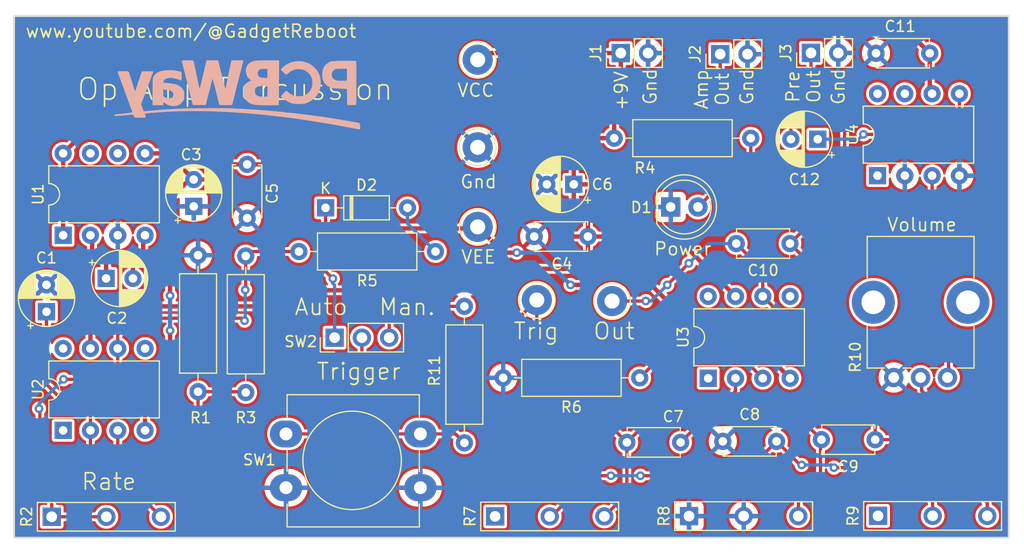
<source format=kicad_pcb>
(kicad_pcb (version 20240108) (generator "pcbnew") (generator_version "8.0")
  (layers (0 "F.Cu" signal) (31 "B.Cu" signal) (34 "B.Paste" user) (35 "F.Paste" user) (36 "B.SilkS" user "B.Silkscreen") (37 "F.SilkS" user "F.Silkscreen") (38 "B.Mask" user) (39 "F.Mask" user) (44 "Edge.Cuts" user))
  (net 0 "")
  (net 1 "GNDREF")
  (net 2 "Net-(U2--)")
  (net 3 "Net-(U1-CAP+)")
  (net 4 "Net-(U1-CAP-)")
  (net 5 "VCC")
  (net 6 "VEE")
  (net 7 "Net-(C7-Pad1)")
  (net 8 "Net-(D2-K)")
  (net 9 "Net-(C8-Pad2)")
  (net 10 "Net-(C10-Pad2)")
  (net 11 "Net-(J3-Pin_1)")
  (net 12 "Net-(C12-Pad1)")
  (net 13 "Net-(J2-Pin_1)")
  (net 14 "Net-(D1-A)")
  (net 15 "Net-(D2-A)")
  (net 16 "Net-(U2-+)")
  (net 17 "Net-(R2-Pad1)")
  (net 18 "Net-(SW2-B)")
  (net 19 "Net-(U3-+)")
  (net 22 "Net-(U4-+)")
  (net 23 "Net-(SW2-C)")
  (net 35 "Net-(R11-Pad2)")
  (footprint "Capacitor_THT:C_Disc_D4.7mm_W2.5mm_P5.00mm" (layer "F.Cu") (at 205.501 103.421 180)
    (property "Reference" "C7" (at 0.69 2.4 0) (layer "F.SilkS"))
    (property "Value" "1nF")
    (pad "1" thru_hole circle (at 0 0 180) (size 1.6 1.6) (drill 0.8) (layers "*.Cu" "*.Mask") (net 7 "Net-(C7-Pad1)"))
    (pad "2" thru_hole circle (at 5 0 180) (size 1.6 1.6) (drill 0.8) (layers "*.Cu" "*.Mask") (net 18 "Net-(SW2-B)"))
  )
  (footprint "Capacitor_THT:C_Disc_D4.7mm_W2.5mm_P5.00mm" (layer "F.Cu") (at 165.181 82.561 90)
    (property "Reference" "C5" (at 2.29 2.33 90) (layer "F.SilkS"))
    (property "Value" "100nF")
    (pad "1" thru_hole circle (at 0 0 90) (size 1.6 1.6) (drill 0.8) (layers "*.Cu" "*.Mask") (net 1 "GNDREF"))
    (pad "2" thru_hole circle (at 5 0 90) (size 1.6 1.6) (drill 0.8) (layers "*.Cu" "*.Mask") (net 6 "VEE"))
  )
  (footprint "Capacitor_THT:CP_Radial_D5.0mm_P2.50mm" (layer "F.Cu") (at 160.211 81.471 90)
    (property "Reference" "C3" (at 4.81 -0.24 0) (layer "F.SilkS"))
    (property "Value" "10uF")
    (pad "1" thru_hole rect (at 0 0 90) (size 1.6 1.6) (drill 0.8) (layers "*.Cu" "*.Mask") (net 1 "GNDREF"))
    (pad "2" thru_hole circle (at 2.5 0 90) (size 1.6 1.6) (drill 0.8) (layers "*.Cu" "*.Mask") (net 6 "VEE"))
  )
  (footprint "Capacitor_THT:CP_Radial_D5.0mm_P2.50mm" (layer "F.Cu") (at 195.561 79.421 180)
    (property "Reference" "C6" (at -2.65 0 180) (layer "F.SilkS"))
    (property "Value" "10uF")
    (pad "1" thru_hole rect (at 0 0 180) (size 1.6 1.6) (drill 0.8) (layers "*.Cu" "*.Mask") (net 5 "VCC"))
    (pad "2" thru_hole circle (at 2.5 0 180) (size 1.6 1.6) (drill 0.8) (layers "*.Cu" "*.Mask") (net 1 "GNDREF"))
  )
  (footprint "Capacitor_THT:CP_Radial_D5.0mm_P2.50mm" (layer "F.Cu") (at 152.061 88.171)
    (property "Reference" "C2" (at 1 3.7 180) (layer "F.SilkS"))
    (property "Value" "10uF")
    (pad "1" thru_hole rect (at 0 0) (size 1.6 1.6) (drill 0.8) (layers "*.Cu" "*.Mask") (net 3 "Net-(U1-CAP+)"))
    (pad "2" thru_hole circle (at 2.5 0) (size 1.6 1.6) (drill 0.8) (layers "*.Cu" "*.Mask") (net 4 "Net-(U1-CAP-)"))
  )
  (footprint "Capacitor_THT:C_Disc_D4.7mm_W2.5mm_P5.00mm" (layer "F.Cu") (at 191.881 84.271)
    (property "Reference" "C4" (at 2.58 2.55 0) (layer "F.SilkS"))
    (property "Value" "100nF")
    (pad "1" thru_hole circle (at 0 0) (size 1.6 1.6) (drill 0.8) (layers "*.Cu" "*.Mask") (net 1 "GNDREF"))
    (pad "2" thru_hole circle (at 5 0) (size 1.6 1.6) (drill 0.8) (layers "*.Cu" "*.Mask") (net 5 "VCC"))
  )
  (footprint "Resistor_THT:R_Axial_DIN0309_L9.0mm_D3.2mm_P12.70mm_Horizontal" (layer "F.Cu") (at 165.051 86.081 -90)
    (property "Reference" "R3" (at 15.04 -0.01 180) (layer "F.SilkS"))
    (property "Value" "15K")
    (pad "1" thru_hole circle (at 0 0 270) (size 1.6 1.6) (drill 0.8) (layers "*.Cu" "*.Mask") (net 17 "Net-(R2-Pad1)"))
    (pad "2" thru_hole oval (at 12.7 0 270) (size 1.6 1.6) (drill 0.8) (layers "*.Cu" "*.Mask") (net 16 "Net-(U2-+)"))
  )
  (footprint "footprints:Pot" (layer "F.Cu") (at 147.001 110.341 90)
    (property "Reference" "R2" (at 0 -2.33 90) (layer "F.SilkS"))
    (property "Value" "1M")
    (pad "1" thru_hole rect (at 0 0 90) (size 1.7 1.7) (drill 1) (layers "*.Cu" "*.Mask") (net 17 "Net-(R2-Pad1)"))
    (pad "2" thru_hole oval (at 0 5.08 90) (size 1.7 1.7) (drill 1) (layers "*.Cu" "*.Mask") (net 17 "Net-(R2-Pad1)"))
    (pad "3" thru_hole oval (at 0 10.16 90) (size 1.7 1.7) (drill 1) (layers "*.Cu" "*.Mask") (net 2 "Net-(U2--)"))
  )
  (footprint "Capacitor_THT:C_Disc_D4.7mm_W2.5mm_P5.00mm" (layer "F.Cu") (at 228.675 67.225 180)
    (property "Reference" "C11" (at 2.75 2.5 0) (layer "F.SilkS"))
    (property "Value" "100nF")
    (pad "1" thru_hole circle (at 0 0 180) (size 1.6 1.6) (drill 0.8) (layers "*.Cu" "*.Mask") (net 5 "VCC"))
    (pad "2" thru_hole circle (at 5 0 180) (size 1.6 1.6) (drill 0.8) (layers "*.Cu" "*.Mask") (net 1 "GNDREF"))
  )
  (footprint "Connector_PinHeader_2.54mm:PinHeader_1x02_P2.54mm_Vertical" (layer "F.Cu") (at 199.935 67.207 90)
    (property "Reference" "J1" (at 0 -2.33 90) (layer "F.SilkS"))
    (property "Value" "Conn_01x02")
    (pad "1" thru_hole rect (at 0 0 90) (size 1.7 1.7) (drill 1) (layers "*.Cu" "*.Mask") (net 5 "VCC"))
    (pad "2" thru_hole oval (at 0 2.54 90) (size 1.7 1.7) (drill 1) (layers "*.Cu" "*.Mask") (net 1 "GNDREF"))
  )
  (footprint "Package_DIP:DIP-8_W7.62mm" (layer "F.Cu") (at 148.065 102.307 90)
    (property "Reference" "U2" (at 3.81 -2.33 90) (layer "F.SilkS"))
    (property "Value" "LM741")
    (pad "1" thru_hole rect (at 0 0 90) (size 1.6 1.6) (drill 0.8) (layers "*.Cu" "*.Mask"))
    (pad "2" thru_hole oval (at 0 2.54 90) (size 1.6 1.6) (drill 0.8) (layers "*.Cu" "*.Mask") (net 2 "Net-(U2--)"))
    (pad "3" thru_hole oval (at 0 5.08 90) (size 1.6 1.6) (drill 0.8) (layers "*.Cu" "*.Mask") (net 16 "Net-(U2-+)"))
    (pad "4" thru_hole oval (at 0 7.62 90) (size 1.6 1.6) (drill 0.8) (layers "*.Cu" "*.Mask") (net 6 "VEE"))
    (pad "5" thru_hole oval (at 7.62 7.62 90) (size 1.6 1.6) (drill 0.8) (layers "*.Cu" "*.Mask"))
    (pad "6" thru_hole oval (at 7.62 5.08 90) (size 1.6 1.6) (drill 0.8) (layers "*.Cu" "*.Mask") (net 17 "Net-(R2-Pad1)"))
    (pad "7" thru_hole oval (at 7.62 2.54 90) (size 1.6 1.6) (drill 0.8) (layers "*.Cu" "*.Mask") (net 5 "VCC"))
    (pad "8" thru_hole oval (at 7.62 0 90) (size 1.6 1.6) (drill 0.8) (layers "*.Cu" "*.Mask"))
  )
  (footprint "Diode_THT:D_DO-35_SOD27_P7.62mm_Horizontal" (layer "F.Cu") (at 172.475 81.605)
    (property "Reference" "D2" (at 3.81 -2.12 0) (layer "F.SilkS"))
    (property "Value" "1N4148")
    (fp_text user "K" (at 0 -1.8 0) (layer "F.SilkS"))
    (pad "1" thru_hole rect (at 0 0) (size 1.6 1.6) (drill 0.8) (layers "*.Cu" "*.Mask") (net 8 "Net-(D2-K)"))
    (pad "2" thru_hole oval (at 7.62 0) (size 1.6 1.6) (drill 0.8) (layers "*.Cu" "*.Mask") (net 15 "Net-(D2-A)"))
  )
  (footprint "Connector_PinHeader_2.54mm:PinHeader_1x03_P2.54mm_Vertical" (layer "F.Cu") (at 173.315 93.677 90)
    (property "Reference" "SW2" (at -0.37 -3.148 180) (layer "F.SilkS"))
    (property "Value" "SW_SPDT")
    (pad "1" thru_hole rect (at 0 0 90) (size 1.7 1.7) (drill 1) (layers "*.Cu" "*.Mask") (net 8 "Net-(D2-K)"))
    (pad "2" thru_hole oval (at 0 2.54 90) (size 1.7 1.7) (drill 1) (layers "*.Cu" "*.Mask") (net 18 "Net-(SW2-B)"))
    (pad "3" thru_hole oval (at 0 5.08 90) (size 1.7 1.7) (drill 1) (layers "*.Cu" "*.Mask") (net 23 "Net-(SW2-C)"))
  )
  (footprint "TestPoint:TestPoint_Loop_D2.60mm_Drill1.4mm_Beaded" (layer "F.Cu") (at 186.625 83.375)
    (property "Reference" "TP2" (hide yes))
    (property "Value" "TestPoint" (hide yes))
    (pad "1" thru_hole circle (at 0 0) (size 2.8 2.8) (drill 1.4) (layers "*.Cu" "*.Mask") (net 6 "VEE"))
  )
  (footprint "footprints:Pot" (layer "F.Cu") (at 223.865 110.257 90)
    (property "Reference" "R9" (at 0 -2.33 90) (layer "F.SilkS"))
    (property "Value" "1M")
    (pad "1" thru_hole rect (at 0 0 90) (size 1.7 1.7) (drill 1) (layers "*.Cu" "*.Mask"))
    (pad "2" thru_hole oval (at 0 5.08 90) (size 1.7 1.7) (drill 1) (layers "*.Cu" "*.Mask") (net 9 "Net-(C8-Pad2)"))
    (pad "3" thru_hole oval (at 0 10.16 90) (size 1.7 1.7) (drill 1) (layers "*.Cu" "*.Mask") (net 10 "Net-(C10-Pad2)"))
  )
  (footprint "Connector_PinHeader_2.54mm:PinHeader_1x02_P2.54mm_Vertical" (layer "F.Cu") (at 209.185 67.307 90)
    (property "Reference" "J2" (at 0 -2.33 90) (layer "F.SilkS"))
    (property "Value" "Conn_01x02")
    (pad "1" thru_hole rect (at 0 0 90) (size 1.7 1.7) (drill 1) (layers "*.Cu" "*.Mask") (net 13 "Net-(J2-Pin_1)"))
    (pad "2" thru_hole oval (at 0 2.54 90) (size 1.7 1.7) (drill 1) (layers "*.Cu" "*.Mask") (net 1 "GNDREF"))
  )
  (footprint "Capacitor_THT:C_Disc_D4.7mm_W2.5mm_P5.00mm" (layer "F.Cu") (at 209.425 103.325)
    (property "Reference" "C8" (at 2.5 -2.5 0) (layer "F.SilkS"))
    (property "Value" "1nF")
    (pad "1" thru_hole circle (at 0 0) (size 1.6 1.6) (drill 0.8) (layers "*.Cu" "*.Mask") (net 1 "GNDREF"))
    (pad "2" thru_hole circle (at 5 0) (size 1.6 1.6) (drill 0.8) (layers "*.Cu" "*.Mask") (net 9 "Net-(C8-Pad2)"))
  )
  (footprint "Resistor_THT:R_Axial_DIN0309_L9.0mm_D3.2mm_P12.70mm_Horizontal" (layer "F.Cu") (at 201.697 97.417 180)
    (property "Reference" "R6" (at 6.35 -2.72 0) (layer "F.SilkS"))
    (property "Value" "100K")
    (pad "1" thru_hole circle (at 0 0 180) (size 1.6 1.6) (drill 0.8) (layers "*.Cu" "*.Mask") (net 19 "Net-(U3-+)"))
    (pad "2" thru_hole oval (at 12.7 0 180) (size 1.6 1.6) (drill 0.8) (layers "*.Cu" "*.Mask") (net 1 "GNDREF"))
  )
  (footprint "Package_DIP:DIP-8_W7.62mm" (layer "F.Cu") (at 223.815 78.607 90)
    (property "Reference" "U4" (at 3.81 -2.33 90) (layer "F.SilkS"))
    (property "Value" "LM386")
    (pad "1" thru_hole rect (at 0 0 90) (size 1.6 1.6) (drill 0.8) (layers "*.Cu" "*.Mask"))
    (pad "2" thru_hole oval (at 0 2.54 90) (size 1.6 1.6) (drill 0.8) (layers "*.Cu" "*.Mask") (net 1 "GNDREF"))
    (pad "3" thru_hole oval (at 0 5.08 90) (size 1.6 1.6) (drill 0.8) (layers "*.Cu" "*.Mask") (net 22 "Net-(U4-+)"))
    (pad "4" thru_hole oval (at 0 7.62 90) (size 1.6 1.6) (drill 0.8) (layers "*.Cu" "*.Mask") (net 1 "GNDREF"))
    (pad "5" thru_hole oval (at 7.62 7.62 90) (size 1.6 1.6) (drill 0.8) (layers "*.Cu" "*.Mask") (net 12 "Net-(C12-Pad1)"))
    (pad "6" thru_hole oval (at 7.62 5.08 90) (size 1.6 1.6) (drill 0.8) (layers "*.Cu" "*.Mask") (net 5 "VCC"))
    (pad "7" thru_hole oval (at 7.62 2.54 90) (size 1.6 1.6) (drill 0.8) (layers "*.Cu" "*.Mask"))
    (pad "8" thru_hole oval (at 7.62 0 90) (size 1.6 1.6) (drill 0.8) (layers "*.Cu" "*.Mask"))
  )
  (footprint "Button_Switch_THT:SW_PUSH-12mm_Wuerth-430476085716" (layer "F.Cu") (at 181.295 107.635 180)
    (property "Reference" "SW1" (at 14.98 2.59 0) (layer "F.SilkS"))
    (property "Value" "SW_Push")
    (pad "1" thru_hole oval (at 0 0 180) (size 3 2.5) (drill 1.2) (layers "*.Cu" "*.Mask") (net 1 "GNDREF"))
    (pad "1" thru_hole oval (at 12.5 0 180) (size 3 2.5) (drill 1.2) (layers "*.Cu" "*.Mask") (net 1 "GNDREF"))
    (pad "2" thru_hole oval (at 0 5 180) (size 3 2.5) (drill 1.2) (layers "*.Cu" "*.Mask") (net 35 "Net-(R11-Pad2)"))
    (pad "2" thru_hole oval (at 12.5 5 180) (size 3 2.5) (drill 1.2) (layers "*.Cu" "*.Mask") (net 35 "Net-(R11-Pad2)"))
  )
  (footprint "TestPoint:TestPoint_Loop_D2.60mm_Drill1.4mm_Beaded" (layer "F.Cu") (at 192.125 90.175)
    (property "Reference" "TP3" (hide yes))
    (property "Value" "TestPoint" (hide yes))
    (pad "1" thru_hole circle (at 0 0) (size 2.8 2.8) (drill 1.4) (layers "*.Cu" "*.Mask") (net 18 "Net-(SW2-B)"))
  )
  (footprint "LED_THT:LED_D5.0mm" (layer "F.Cu") (at 204.575 81.525)
    (property "Reference" "D1" (at -2.73 0.04 0) (layer "F.SilkS"))
    (property "Value" "LED")
    (pad "1" thru_hole rect (at 0 0) (size 1.8 1.8) (drill 0.9) (layers "*.Cu" "*.Mask") (net 1 "GNDREF"))
    (pad "2" thru_hole circle (at 2.54 0) (size 1.8 1.8) (drill 0.9) (layers "*.Cu" "*.Mask") (net 14 "Net-(D1-A)"))
  )
  (footprint "TestPoint:TestPoint_Loop_D2.60mm_Drill1.4mm_Beaded" (layer "F.Cu") (at 186.625 75.975)
    (property "Reference" "TP4" (hide yes))
    (property "Value" "TestPoint" (hide yes))
    (pad "1" thru_hole circle (at 0 0) (size 2.8 2.8) (drill 1.4) (layers "*.Cu" "*.Mask") (net 1 "GNDREF"))
  )
  (footprint "Capacitor_THT:CP_Radial_D5.0mm_P2.50mm" (layer "F.Cu") (at 146.515 91.267225 90)
    (property "Reference" "C1" (at 5.000225 -0.007775 180) (layer "F.SilkS"))
    (property "Value" "4.7uF")
    (pad "1" thru_hole rect (at 0 0 90) (size 1.6 1.6) (drill 0.8) (layers "*.Cu" "*.Mask") (net 2 "Net-(U2--)"))
    (pad "2" thru_hole circle (at 2.5 0 90) (size 1.6 1.6) (drill 0.8) (layers "*.Cu" "*.Mask") (net 1 "GNDREF"))
  )
  (footprint "TestPoint:TestPoint_Loop_D2.60mm_Drill1.4mm_Beaded" (layer "F.Cu") (at 186.625 67.825)
    (property "Reference" "TP1" (hide yes))
    (property "Value" "TestPoint" (hide yes))
    (pad "1" thru_hole circle (at 0 0) (size 2.8 2.8) (drill 1.4) (layers "*.Cu" "*.Mask") (net 5 "VCC"))
  )
  (footprint "Connector_PinHeader_2.54mm:PinHeader_1x02_P2.54mm_Vertical" (layer "F.Cu") (at 217.625 67.195 90)
    (property "Reference" "J3" (at 0 -2.33 90) (layer "F.SilkS"))
    (property "Value" "Conn_01x02")
    (pad "1" thru_hole rect (at 0 0 90) (size 1.7 1.7) (drill 1) (layers "*.Cu" "*.Mask") (net 11 "Net-(J3-Pin_1)"))
    (pad "2" thru_hole oval (at 0 2.54 90) (size 1.7 1.7) (drill 1) (layers "*.Cu" "*.Mask") (net 1 "GNDREF"))
  )
  (footprint "Resistor_THT:R_Axial_DIN0309_L9.0mm_D3.2mm_P12.70mm_Horizontal" (layer "F.Cu") (at 182.697 85.667 180)
    (property "Reference" "R5" (at 6.35 -2.72 0) (layer "F.SilkS"))
    (property "Value" "1K")
    (pad "1" thru_hole circle (at 0 0 180) (size 1.6 1.6) (drill 0.8) (layers "*.Cu" "*.Mask") (net 15 "Net-(D2-A)"))
    (pad "2" thru_hole oval (at 12.7 0 180) (size 1.6 1.6) (drill 0.8) (layers "*.Cu" "*.Mask") (net 17 "Net-(R2-Pad1)"))
  )
  (footprint "footprints:Pot" (layer "F.Cu") (at 188.245 110.307 90)
    (property "Reference" "R7" (at 0 -2.33 90) (layer "F.SilkS"))
    (property "Value" "1M")
    (pad "1" thru_hole rect (at 0 0 90) (size 1.7 1.7) (drill 1) (layers "*.Cu" "*.Mask"))
    (pad "2" thru_hole oval (at 0 5.08 90) (size 1.7 1.7) (drill 1) (layers "*.Cu" "*.Mask") (net 9 "Net-(C8-Pad2)"))
    (pad "3" thru_hole oval (at 0 10.16 90) (size 1.7 1.7) (drill 1) (layers "*.Cu" "*.Mask") (net 18 "Net-(SW2-B)"))
  )
  (footprint "Package_DIP:DIP-8_W7.62mm" (layer "F.Cu") (at 208.065 97.457 90)
    (property "Reference" "U3" (at 3.81 -2.33 90) (layer "F.SilkS"))
    (property "Value" "LM741")
    (pad "1" thru_hole rect (at 0 0 90) (size 1.6 1.6) (drill 0.8) (layers "*.Cu" "*.Mask"))
    (pad "2" thru_hole oval (at 0 2.54 90) (size 1.6 1.6) (drill 0.8) (layers "*.Cu" "*.Mask") (net 18 "Net-(SW2-B)"))
    (pad "3" thru_hole oval (at 0 5.08 90) (size 1.6 1.6) (drill 0.8) (layers "*.Cu" "*.Mask") (net 19 "Net-(U3-+)"))
    (pad "4" thru_hole oval (at 0 7.62 90) (size 1.6 1.6) (drill 0.8) (layers "*.Cu" "*.Mask") (net 6 "VEE"))
    (pad "5" thru_hole oval (at 7.62 7.62 90) (size 1.6 1.6) (drill 0.8) (layers "*.Cu" "*.Mask"))
    (pad "6" thru_hole oval (at 7.62 5.08 90) (size 1.6 1.6) (drill 0.8) (layers "*.Cu" "*.Mask") (net 10 "Net-(C10-Pad2)"))
    (pad "7" thru_hole oval (at 7.62 2.54 90) (size 1.6 1.6) (drill 0.8) (layers "*.Cu" "*.Mask") (net 5 "VCC"))
    (pad "8" thru_hole oval (at 7.62 0 90) (size 1.6 1.6) (drill 0.8) (layers "*.Cu" "*.Mask"))
  )
  (footprint "Capacitor_THT:CP_Radial_D5.0mm_P2.50mm" (layer "F.Cu") (at 218.257225 75.217 180)
    (property "Reference" "C12" (at 1.25 -3.75 0) (layer "F.SilkS"))
    (property "Value" "100uF")
    (pad "1" thru_hole rect (at 0 0 180) (size 1.6 1.6) (drill 0.8) (layers "*.Cu" "*.Mask") (net 12 "Net-(C12-Pad1)"))
    (pad "2" thru_hole circle (at 2.5 0 180) (size 1.6 1.6) (drill 0.8) (layers "*.Cu" "*.Mask") (net 13 "Net-(J2-Pin_1)"))
  )
  (footprint "TestPoint:TestPoint_Loop_D2.60mm_Drill1.4mm_Beaded" (layer "F.Cu") (at 199.125 90.275)
    (property "Reference" "TP5" (hide yes))
    (property "Value" "TestPoint" (hide yes))
    (pad "1" thru_hole circle (at 0 0) (size 2.8 2.8) (drill 1.4) (layers "*.Cu" "*.Mask") (net 10 "Net-(C10-Pad2)"))
  )
  (footprint "Resistor_THT:R_Axial_DIN0309_L9.0mm_D3.2mm_P12.70mm_Horizontal" (layer "F.Cu") (at 160.615 98.707 90)
    (property "Reference" "R1" (at -2.43 0.232 180) (layer "F.SilkS"))
    (property "Value" "10K")
    (pad "1" thru_hole circle (at 0 0 90) (size 1.6 1.6) (drill 0.8) (layers "*.Cu" "*.Mask") (net 16 "Net-(U2-+)"))
    (pad "2" thru_hole oval (at 12.7 0 90) (size 1.6 1.6) (drill 0.8) (layers "*.Cu" "*.Mask") (net 1 "GNDREF"))
  )
  (footprint "Resistor_THT:R_Axial_DIN0309_L9.0mm_D3.2mm_P12.70mm_Horizontal" (layer "F.Cu") (at 185.387 90.765 -90)
    (property "Reference" "R11" (at 5.992 2.782 -90) (layer "F.SilkS"))
    (property "Value" "1K")
    (pad "1" thru_hole circle (at 0 0 270) (size 1.6 1.6) (drill 0.8) (layers "*.Cu" "*.Mask") (net 23 "Net-(SW2-C)"))
    (pad "2" thru_hole oval (at 12.7 0 270) (size 1.6 1.6) (drill 0.8) (layers "*.Cu" "*.Mask") (net 35 "Net-(R11-Pad2)"))
  )
  (footprint "Package_DIP:DIP-8_W7.62mm" (layer "F.Cu") (at 148.065 84.157 90)
    (property "Reference" "U1" (at 3.81 -2.33 90) (layer "F.SilkS"))
    (property "Value" "MAX1044")
    (pad "1" thru_hole rect (at 0 0 90) (size 1.6 1.6) (drill 0.8) (layers "*.Cu" "*.Mask") (net 5 "VCC"))
    (pad "2" thru_hole oval (at 0 2.54 90) (size 1.6 1.6) (drill 0.8) (layers "*.Cu" "*.Mask") (net 3 "Net-(U1-CAP+)"))
    (pad "3" thru_hole oval (at 0 5.08 90) (size 1.6 1.6) (drill 0.8) (layers "*.Cu" "*.Mask") (net 1 "GNDREF"))
    (pad "4" thru_hole oval (at 0 7.62 90) (size 1.6 1.6) (drill 0.8) (layers "*.Cu" "*.Mask") (net 4 "Net-(U1-CAP-)"))
    (pad "5" thru_hole oval (at 7.62 7.62 90) (size 1.6 1.6) (drill 0.8) (layers "*.Cu" "*.Mask") (net 6 "VEE"))
    (pad "6" thru_hole oval (at 7.62 5.08 90) (size 1.6 1.6) (drill 0.8) (layers "*.Cu" "*.Mask"))
    (pad "7" thru_hole oval (at 7.62 2.54 90) (size 1.6 1.6) (drill 0.8) (layers "*.Cu" "*.Mask"))
    (pad "8" thru_hole oval (at 7.62 0 90) (size 1.6 1.6) (drill 0.8) (layers "*.Cu" "*.Mask") (net 5 "VCC"))
  )
  (footprint "footprints:Pot" (layer "F.Cu") (at 206.285 110.277 90)
    (property "Reference" "R8" (at 0 -2.33 90) (layer "F.SilkS"))
    (property "Value" "1M")
    (pad "1" thru_hole rect (at 0 0 90) (size 1.7 1.7) (drill 1) (layers "*.Cu" "*.Mask") (net 1 "GNDREF"))
    (pad "2" thru_hole oval (at 0 5.08 90) (size 1.7 1.7) (drill 1) (layers "*.Cu" "*.Mask") (net 1 "GNDREF"))
    (pad "3" thru_hole oval (at 0 10.16 90) (size 1.7 1.7) (drill 1) (layers "*.Cu" "*.Mask") (net 7 "Net-(C7-Pad1)"))
  )
  (footprint "Resistor_THT:R_Axial_DIN0309_L9.0mm_D3.2mm_P12.70mm_Horizontal" (layer "F.Cu") (at 199.325 75.125)
    (property "Reference" "R4" (at 2.85 2.78 0) (layer "F.SilkS"))
    (property "Value" "1K")
    (pad "1" thru_hole circle (at 0 0) (size 1.6 1.6) (drill 0.8) (layers "*.Cu" "*.Mask") (net 5 "VCC"))
    (pad "2" thru_hole oval (at 12.7 0) (size 1.6 1.6) (drill 0.8) (layers "*.Cu" "*.Mask") (net 14 "Net-(D1-A)"))
  )
  (footprint "footprints:Potentiometer_Bourns_PTV09A-1" (layer "F.Cu") (at 230.325 97.387 90)
    (property "Reference" "R10" (at 1.9 -8.575 -90) (layer "F.SilkS"))
    (property "Value" "10K")
    (pad "" np_thru_hole circle (at 7 -6.9 90) (size 4 4) (drill 2.2) (layers "*.Cu" "*.Mask"))
    (pad "" np_thru_hole circle (at 7 1.9 90) (size 4 4) (drill 2.2) (layers "*.Cu" "*.Mask"))
    (pad "1" thru_hole circle (at 0 0 90) (size 1.8 1.8) (drill 1) (layers "*.Cu" "*.Mask") (net 11 "Net-(J3-Pin_1)"))
    (pad "2" thru_hole circle (at 0 -2.5 90) (size 1.8 1.8) (drill 1) (layers "*.Cu" "*.Mask") (net 22 "Net-(U4-+)"))
    (pad "3" thru_hole circle (at 0 -5 90) (size 1.8 1.8) (drill 1) (layers "*.Cu" "*.Mask") (net 1 "GNDREF"))
  )
  (footprint "Capacitor_THT:C_Disc_D4.7mm_W2.5mm_P5.00mm" (layer "F.Cu") (at 223.597 103.167 180)
    (property "Reference" "C9" (at 2.5 -2.5 0) (layer "F.SilkS"))
    (property "Value" "1nF")
    (pad "1" thru_hole circle (at 0 0 180) (size 1.6 1.6) (drill 0.8) (layers "*.Cu" "*.Mask") (net 10 "Net-(C10-Pad2)"))
    (pad "2" thru_hole circle (at 5 0 180) (size 1.6 1.6) (drill 0.8) (layers "*.Cu" "*.Mask") (net 7 "Net-(C7-Pad1)"))
  )
  (footprint "Capacitor_THT:C_Disc_D4.7mm_W2.5mm_P5.00mm" (layer "F.Cu") (at 215.675 84.925 180)
    (property "Reference" "C10" (at 2.5 -2.5 0) (layer "F.SilkS"))
    (property "Value" "100nF")
    (pad "1" thru_hole circle (at 0 0 180) (size 1.6 1.6) (drill 0.8) (layers "*.Cu" "*.Mask") (net 11 "Net-(J3-Pin_1)"))
    (pad "2" thru_hole circle (at 5 0 180) (size 1.6 1.6) (drill 0.8) (layers "*.Cu" "*.Mask") (net 10 "Net-(C10-Pad2)"))
  )
  (footprint "_Custom_Footprints:pcb way logo" (layer "B.Cu") (at 164.261 71.771 180)
    (property "Reference" "G***" (hide yes))
    (property "Value" "LOGO" (hide yes))
  )
  (gr_line (start 236.011 63.771) (end 143.511 63.771) (stroke (width 0.15)) (layer "Edge.Cuts"))
  (gr_line (start 236.011 112.271) (end 236.011 63.771) (stroke (width 0.15)) (layer "Edge.Cuts"))
  (gr_line (start 143.511 112.271) (end 236.011 112.271) (stroke (width 0.15)) (layer "Edge.Cuts"))
  (gr_line (start 143.511 63.771) (end 143.511 112.271) (stroke (width 0.15)) (layer "Edge.Cuts"))
  (gr_text "Gnd" (at 202.661 70.331 90) (layer "F.SilkS") (effects (font (size 1.2 1.2))))
  (gr_text "Op Amp Percussion" (at 164.061 70.571 0) (layer "F.SilkS") (effects (font (size 2 2))))
  (gr_text "Auto" (at 172.061 90.821 0) (layer "F.SilkS") (effects (font (size 1.524 1.524))))
  (gr_text "Pre\nOut" (at 216.911 70.331 90) (layer "F.SilkS") (effects (font (size 1.2 1.2))))
  (gr_text "Gnd" (at 186.701 79.171 0) (layer "F.SilkS") (effects (font (size 1.2 1.2))))
  (gr_text "Gnd" (at 211.661 70.331 90) (layer "F.SilkS") (effects (font (size 1.2 1.2))))
  (gr_text "Man." (at 180.061 90.821 0) (layer "F.SilkS") (effects (font (size 1.524 1.524))))
  (gr_text "Trigger" (at 175.561 96.821 0) (layer "F.SilkS") (effects (font (size 1.524 1.524))))
  (gr_text "VEE" (at 186.701 86.171 0) (layer "F.SilkS") (effects (font (size 1.2 1.2))))
  (gr_text "VCC" (at 186.451 70.671 0) (layer "F.SilkS") (effects (font (size 1.2 1.2))))
  (gr_text "Amp\nOut" (at 208.411 70.581 90) (layer "F.SilkS") (effects (font (size 1.2 1.2))))
  (gr_text "Gnd" (at 220.161 70.331 90) (layer "F.SilkS") (effects (font (size 1.2 1.2))))
  (gr_text "Out" (at 199.311 93.071 0) (layer "F.SilkS") (effects (font (size 1.524 1.524))))
  (gr_text "+9V" (at 199.981 70.721 90) (layer "F.SilkS") (effects (font (size 1.2 1.2))))
  (gr_text "www.youtube.com/@GadgetReboot" (at 159.951 65.171 0) (layer "F.SilkS") (effects (font (size 1.2 1.2))))
  (gr_text "Volume" (at 227.951 83.171 0) (layer "F.SilkS") (effects (font (size 1.2 1.2))))
  (gr_text "Rate" (at 152.311 107.071 0) (layer "F.SilkS") (effects (font (size 1.524 1.524))))
  (gr_text "Power" (at 205.701 85.421 0) (layer "F.SilkS") (effects (font (size 1.2 1.2))))
  (gr_text "Trig" (at 192.061 93.071 0) (layer "F.SilkS") (effects (font (size 1.524 1.524))))
  (segment (start 147.511 99.021) (end 146.515 98.025) (width 0.3048) (layer "F.Cu") (net 2))
  (segment (start 150.605 100.865) (end 148.761 99.021) (width 0.3048) (layer "F.Cu") (net 2))
  (segment (start 148.761 99.021) (end 147.511 99.021) (width 0.3048) (layer "F.Cu") (net 2))
  (segment (start 150.605 102.307) (end 150.605 100.865) (width 0.3048) (layer "F.Cu") (net 2))
  (segment (start 150.605 103.785) (end 157.161 110.341) (width 0.3048) (layer "F.Cu") (net 2))
  (segment (start 146.515 98.025) (end 146.515 91.267225) (width 0.3048) (layer "F.Cu") (net 2))
  (segment (start 150.605 102.307) (end 150.605 103.785) (width 0.3048) (layer "F.Cu") (net 2))
  (segment (start 150.761 85.521) (end 150.761 84.313) (width 0.4064) (layer "F.Cu") (net 3))
  (segment (start 152.061 88.171) (end 152.061 86.821) (width 0.4064) (layer "F.Cu") (net 3))
  (segment (start 150.761 84.313) (end 150.605 84.157) (width 0.4064) (layer "F.Cu") (net 3))
  (segment (start 152.061 86.821) (end 150.761 85.521) (width 0.4064) (layer "F.Cu") (net 3))
  (segment (start 155.511 84.331) (end 155.685 84.157) (width 0.4064) (layer "F.Cu") (net 4))
  (segment (start 155.511 86.021) (end 155.511 84.331) (width 0.4064) (layer "F.Cu") (net 4))
  (segment (start 154.561 88.171) (end 154.561 86.971) (width 0.4064) (layer "F.Cu") (net 4))
  (segment (start 154.561 86.971) (end 155.511 86.021) (width 0.4064) (layer "F.Cu") (net 4))
  (segment (start 196.881 86.401) (end 196.881 84.271) (width 0.4064) (layer "F.Cu") (net 5))
  (segment (start 205.511 74.271) (end 205.511 67.271) (width 0.4064) (layer "F.Cu") (net 5))
  (segment (start 196.881 82.141) (end 196.881 84.271) (width 0.4064) (layer "F.Cu") (net 5))
  (segment (start 153.011 90.771) (end 170.011 90.771) (width 0.4064) (layer "F.Cu") (net 5))
  (segment (start 228.675 67.225) (end 228.675 70.767) (width 0.4064) (layer "F.Cu") (net 5))
  (segment (start 195.561 79.421) (end 200.361 79.421) (width 0.4064) (layer "F.Cu") (net 5))
  (segment (start 189.511 87.271) (end 196.011 87.271) (width 0.4064) (layer "F.Cu") (net 5))
  (segment (start 187.511 89.271) (end 189.511 87.271) (width 0.4064) (layer "F.Cu") (net 5))
  (segment (start 205.511 67.271) (end 207.511 65.271) (width 0.4064) (layer "F.Cu") (net 5))
  (segment (start 228.675 70.767) (end 228.895 70.987) (width 0.4064) (layer "F.Cu") (net 5))
  (segment (start 150.605 94.687) (end 150.605 93.177) (width 0.4064) (layer "F.Cu") (net 5))
  (segment (start 199.935 67.207) (end 187.243 67.207) (width 0.4064) (layer "F.Cu") (net 5))
  (segment (start 195.561 80.821) (end 196.881 82.141) (width 0.4064) (layer "F.Cu") (net 5))
  (segment (start 199.935 67.207) (end 199.935 70.195) (width 0.4064) (layer "F.Cu") (net 5))
  (segment (start 191.511 81.771) (end 189.011 79.271) (width 0.4064) (layer "F.Cu") (net 5))
  (segment (start 193.011 81.771) (end 191.511 81.771) (width 0.4064) (layer "F.Cu") (net 5))
  (segment (start 196.881 84.271) (end 205.039 84.271) (width 0.4064) (layer "F.Cu") (net 5))
  (segment (start 200.011 70.271) (end 199.325 70.957) (width 0.4064) (layer "F.Cu") (net 5))
  (segment (start 170.011 90.771) (end 171.511 89.271) (width 0.4064) (layer "F.Cu") (net 5))
  (segment (start 171.511 73.771) (end 150.831 73.771) (width 0.4064) (layer "F.Cu") (net 5))
  (segment (start 205.039 84.271) (end 210.605 89.837) (width 0.4064) (layer "F.Cu") (net 5))
  (segment (start 199.935 70.195) (end 200.011 70.271) (width 0.4064) (layer "F.Cu") (net 5))
  (segment (start 195.561 79.421) (end 195.561 77.221) (width 0.4064) (layer "F.Cu") (net 5))
  (segment (start 150.831 73.771) (end 148.065 76.537) (width 0.4064) (layer "F.Cu") (net 5))
  (segment (start 200.361 79.421) (end 205.511 74.271) (width 0.4064) (layer "F.Cu") (net 5))
  (segment (start 197.657 75.125) (end 199.325 75.125) (width 0.4064) (layer "F.Cu") (net 5))
  (segment (start 171.511 89.271) (end 187.511 89.271) (width 0.4064) (layer "F.Cu") (net 5))
  (segment (start 207.511 65.271) (end 226.721 65.271) (width 0.4064) (layer "F.Cu") (net 5))
  (segment (start 196.881 84.271) (end 195.511 84.271) (width 0.4064) (layer "F.Cu") (net 5))
  (segment (start 199.325 70.957) (end 199.325 75.125) (width 0.4064) (layer "F.Cu") (net 5))
  (segment (start 189.011 79.271) (end 177.011 79.271) (width 0.4064) (layer "F.Cu") (net 5))
  (segment (start 195.511 84.271) (end 193.011 81.771) (width 0.4064) (layer "F.Cu") (net 5))
  (segment (start 226.721 65.271) (end 228.675 67.225) (width 0.4064) (layer "F.Cu") (net 5))
  (segment (start 187.243 67.207) (end 186.625 67.825) (width 0.4064) (layer "F.Cu") (net 5))
  (segment (start 195.561 77.221) (end 197.657 75.125) (width 0.4064) (layer "F.Cu") (net 5))
  (segment (start 148.065 84.157) (end 148.065 76.537) (width 0.4064) (layer "F.Cu") (net 5))
  (segment (start 196.011 87.271) (end 196.881 86.401) (width 0.4064) (layer "F.Cu") (net 5))
  (segment (start 195.561 79.421) (end 195.561 80.821) (width 0.4064) (layer "F.Cu") (net 5))
  (segment (start 177.011 79.271) (end 171.511 73.771) (width 0.4064) (layer "F.Cu") (net 5))
  (segment (start 150.605 93.177) (end 153.011 90.771) (width 0.4064) (layer "F.Cu") (net 5))
  (segment (start 158.011 97.021) (end 158.011 93.021) (width 0.4064) (layer "F.Cu") (net 6))
  (segment (start 211.761 93.521) (end 211.761 93.533) (width 0.4064) (layer "F.Cu") (net 6))
  (segment (start 186.625 83.375) (end 189.021 85.771) (width 0.4064) (layer "F.Cu") (net 6))
  (segment (start 189.021 85.771) (end 190.261 85.771) (width 0.4064) (layer "F.Cu") (net 6))
  (segment (start 201.261 87.271) (end 207.511 93.521) (width 0.4064) (layer "F.Cu") (net 6))
  (segment (start 160.211 78.971) (end 161.811 78.971) (width 0.4064) (layer "F.Cu") (net 6))
  (segment (start 196.261 88.771) (end 197.761 87.271) (width 0.4064) (layer "F.Cu") (net 6))
  (segment (start 207.511 93.521) (end 211.761 93.521) (width 0.4064) (layer "F.Cu") (net 6))
  (segment (start 155.685 102.307) (end 155.685 99.347) (width 0.4064) (layer "F.Cu") (net 6))
  (segment (start 197.761 87.271) (end 201.261 87.271) (width 0.4064) (layer "F.Cu") (net 6))
  (segment (start 161.811 78.971) (end 163.221 77.561) (width 0.4064) (layer "F.Cu") (net 6))
  (segment (start 211.761 93.533) (end 215.685 97.457) (width 0.4064) (layer "F.Cu") (net 6))
  (segment (start 186.479 83.521) (end 186.625 83.375) (width 0.4064) (layer "F.Cu") (net 6))
  (segment (start 158.011 89.771) (end 158.011 80.771) (width 0.4064) (layer "F.Cu") (net 6))
  (segment (start 155.685 99.347) (end 158.011 97.021) (width 0.4064) (layer "F.Cu") (net 6))
  (segment (start 177.761 83.521) (end 186.479 83.521) (width 0.4064) (layer "F.Cu") (net 6))
  (segment (start 195.261 88.771) (end 196.261 88.771) (width 0.4064) (layer "F.Cu") (net 6))
  (segment (start 159.811 78.971) (end 160.211 78.971) (width 0.4064) (layer "F.Cu") (net 6))
  (segment (start 165.181 77.561) (end 171.801 77.561) (width 0.4064) (layer "F.Cu") (net 6))
  (segment (start 155.685 76.537) (end 157.777 76.537) (width 0.4064) (layer "F.Cu") (net 6))
  (segment (start 158.011 80.771) (end 159.811 78.971) (width 0.4064) (layer "F.Cu") (net 6))
  (segment (start 157.777 76.537) (end 160.211 78.971) (width 0.4064) (layer "F.Cu") (net 6))
  (segment (start 163.221 77.561) (end 165.181 77.561) (width 0.4064) (layer "F.Cu") (net 6))
  (segment (start 171.801 77.561) (end 177.761 83.521) (width 0.4064) (layer "F.Cu") (net 6))
  (via (at 190.261 85.771) (size 0.8) (drill 0.4) (layers "F.Cu" "B.Cu") (net 6))
  (via (at 158.011 89.771) (size 0.8) (drill 0.4) (layers "F.Cu" "B.Cu") (net 6))
  (via (at 158.011 93.021) (size 0.8) (drill 0.4) (layers "F.Cu" "B.Cu") (net 6))
  (via (at 195.261 88.771) (size 0.8) (drill 0.4) (layers "F.Cu" "B.Cu") (net 6))
  (segment (start 190.261 85.771) (end 192.261 85.771) (width 0.4064) (layer "B.Cu") (net 6))
  (segment (start 192.261 85.771) (end 195.261 88.771) (width 0.4064) (layer "B.Cu") (net 6))
  (segment (start 158.011 93.021) (end 158.011 89.771) (width 0.4064) (layer "B.Cu") (net 6))
  (segment (start 218.511 103.253) (end 218.597 103.167) (width 0.3048) (layer "F.Cu") (net 7))
  (segment (start 218.511 106.771) (end 218.511 103.253) (width 0.3048) (layer "F.Cu") (net 7))
  (segment (start 217.201 101.771) (end 218.597 103.167) (width 0.3048) (layer "F.Cu") (net 7))
  (segment (start 205.501 103.421) (end 207.151 101.771) (width 0.3048) (layer "F.Cu") (net 7))
  (segment (start 207.151 101.771) (end 217.201 101.771) (width 0.3048) (layer "F.Cu") (net 7))
  (segment (start 217.025 110.407) (end 216.461 109.843) (width 0.3048) (layer "F.Cu") (net 7))
  (segment (start 216.461 108.821) (end 218.511 106.771) (width 0.3048) (layer "F.Cu") (net 7))
  (segment (start 216.461 109.843) (end 216.461 108.821) (width 0.3048) (layer "F.Cu") (net 7))
  (segment (start 172.475 87.515) (end 173.151 88.191) (width 0.3048) (layer "F.Cu") (net 8))
  (segment (start 172.475 81.605) (end 172.475 87.515) (width 0.3048) (layer "F.Cu") (net 8))
  (via (at 173.151 88.191) (size 0.8) (drill 0.4) (layers "F.Cu" "B.Cu") (net 8))
  (segment (start 173.151 88.631) (end 173.315 88.795) (width 0.3048) (layer "B.Cu") (net 8))
  (segment (start 173.315 88.795) (end 173.315 93.677) (width 0.3048) (layer "B.Cu") (net 8))
  (segment (start 173.151 88.191) (end 173.151 88.631) (width 0.3048) (layer "B.Cu") (net 8))
  (segment (start 193.325 110.307) (end 193.475 110.307) (width 0.3048) (layer "F.Cu") (net 9))
  (segment (start 201.761 106.521) (end 211.229 106.521) (width 0.3048) (layer "F.Cu") (net 9))
  (segment (start 193.475 110.307) (end 197.261 106.521) (width 0.3048) (layer "F.Cu") (net 9))
  (segment (start 225.761 105.771) (end 228.945 108.955) (width 0.3048) (layer "F.Cu") (net 9))
  (segment (start 219.761 105.771) (end 225.761 105.771) (width 0.3048) (layer "F.Cu") (net 9))
  (segment (start 211.229 106.521) (end 214.425 103.325) (width 0.3048) (layer "F.Cu") (net 9))
  (segment (start 216.621 105.521) (end 216.761 105.521) (width 0.3048) (layer "F.Cu") (net 9))
  (segment (start 214.425 103.325) (end 216.621 105.521) (width 0.3048) (layer "F.Cu") (net 9))
  (segment (start 197.261 106.521) (end 199.011 106.521) (width 0.3048) (layer "F.Cu") (net 9))
  (segment (start 228.945 108.955) (end 228.945 110.257) (width 0.3048) (layer "F.Cu") (net 9))
  (via (at 201.761 106.521) (size 0.8) (drill 0.4) (layers "F.Cu" "B.Cu") (net 9))
  (via (at 216.761 105.521) (size 0.8) (drill 0.4) (layers "F.Cu" "B.Cu") (net 9))
  (via (at 199.011 106.521) (size 0.8) (drill 0.4) (layers "F.Cu" "B.Cu") (net 9))
  (via (at 219.761 105.771) (size 0.8) (drill 0.4) (layers "F.Cu" "B.Cu") (net 9))
  (segment (start 199.011 106.521) (end 201.761 106.521) (width 0.3048) (layer "B.Cu") (net 9))
  (segment (start 216.761 105.521) (end 219.511 105.521) (width 0.3048) (layer "B.Cu") (net 9))
  (segment (start 219.511 105.521) (end 219.761 105.771) (width 0.3048) (layer "B.Cu") (net 9))
  (segment (start 210.675 84.925) (end 213.011 87.261) (width 0.3048) (layer "F.Cu") (net 10))
  (segment (start 204.261 88.771) (end 206.261 86.771) (width 0.3048) (layer "F.Cu") (net 10))
  (segment (start 213.011 87.271) (end 213.145 87.405) (width 0.3048) (layer "F.Cu") (net 10))
  (segment (start 213.145 89.837) (end 223.597 100.289) (width 0.3048) (layer "F.Cu") (net 10))
  (segment (start 228.157 103.167) (end 223.597 103.167) (width 0.3048) (layer "F.Cu") (net 10))
  (segment (start 213.145 87.405) (end 213.145 89.837) (width 0.3048) (layer "F.Cu") (net 10))
  (segment (start 202.257 90.275) (end 202.261 90.271) (width 0.3048) (layer "F.Cu") (net 10))
  (segment (start 234.025 110.257) (end 234.025 109.035) (width 0.3048) (layer "F.Cu") (net 10))
  (segment (start 199.125 90.275) (end 202.257 90.275) (width 0.3048) (layer "F.Cu") (net 10))
  (segment (start 223.597 100.289) (end 223.597 103.167) (width 0.3048) (layer "F.Cu") (net 10))
  (segment (start 213.011 87.261) (end 213.011 87.271) (width 0.3048) (layer "F.Cu") (net 10))
  (segment (start 234.025 109.035) (end 228.157 103.167) (width 0.3048) (layer "F.Cu") (net 10))
  (via (at 202.261 90.271) (size 0.8) (drill 0.4) (layers "F.Cu" "B.Cu") (net 10))
  (via (at 206.261 86.771) (size 0.8) (drill 0.4) (layers "F.Cu" "B.Cu") (net 10))
  (via (at 204.261 88.771) (size 0.8) (drill 0.4) (layers "F.Cu" "B.Cu") (net 10))
  (segment (start 202.261 90.271) (end 202.761 90.271) (width 0.3048) (layer "B.Cu") (net 10))
  (segment (start 206.261 86.771) (end 208.107 84.925) (width 0.3048) (layer "B.Cu") (net 10))
  (segment (start 202.761 90.271) (end 204.261 88.771) (width 0.3048) (layer "B.Cu") (net 10))
  (segment (start 208.107 84.925) (end 210.675 84.925) (width 0.3048) (layer "B.Cu") (net 10))
  (segment (start 215.675 84.925) (end 219.011 88.261) (width 0.3048) (layer "F.Cu") (net 11))
  (segment (start 228.511 93.271) (end 230.425 95.185) (width 0.3048) (layer "F.Cu") (net 11))
  (segment (start 221.011 93.271) (end 228.511 93.271) (width 0.3048) (layer "F.Cu") (net 11))
  (segment (start 220.761 79.839) (end 215.675 84.925) (width 0.3048) (layer "F.Cu") (net 11))
  (segment (start 217.625 67.195) (end 217.625 68.885) (width 0.3048) (layer "F.Cu") (net 11))
  (segment (start 219.011 91.271) (end 221.011 93.271) (width 0.3048) (layer "F.Cu") (net 11))
  (segment (start 219.011 88.261) (end 219.011 91.271) (width 0.3048) (layer "F.Cu") (net 11))
  (segment (start 220.761 72.021) (end 220.761 79.839) (width 0.3048) (layer "F.Cu") (net 11))
  (segment (start 230.425 95.185) (end 230.425 97.107) (width 0.3048) (layer "F.Cu") (net 11))
  (segment (start 217.625 68.885) (end 220.761 72.021) (width 0.3048) (layer "F.Cu") (net 11))
  (segment (start 231.435 72.847) (end 231.435 70.987) (width 0.3048) (layer "F.Cu") (net 12))
  (segment (start 229.511 74.771) (end 231.435 72.847) (width 0.3048) (layer "F.Cu") (net 12))
  (segment (start 222.511 74.771) (end 229.511 74.771) (width 0.3048) (layer "F.Cu") (net 12))
  (via (at 222.511 74.771) (size 0.8) (drill 0.4) (layers "F.Cu" "B.Cu") (net 12))
  (segment (start 222.065 75.217) (end 222.511 74.771) (width 0.3048) (layer "B.Cu") (net 12))
  (segment (start 218.257225 75.217) (end 222.065 75.217) (width 0.3048) (layer "B.Cu") (net 12))
  (segment (start 211.261 71.771) (end 209.185 69.695) (width 0.3048) (layer "F.Cu") (net 13))
  (segment (start 215.757225 75.217) (end 215.757225 72.767225) (width 0.3048) (layer "F.Cu") (net 13))
  (segment (start 209.185 69.695) (end 209.185 67.307) (width 0.3048) (layer "F.Cu") (net 13))
  (segment (start 215.757225 72.767225) (end 214.761 71.771) (width 0.3048) (layer "F.Cu") (net 13))
  (segment (start 214.761 71.771) (end 211.261 71.771) (width 0.3048) (layer "F.Cu") (net 13))
  (segment (start 212.025 76.615) (end 207.115 81.525) (width 0.3048) (layer "F.Cu") (net 14))
  (segment (start 212.025 75.125) (end 212.025 76.615) (width 0.3048) (layer "F.Cu") (net 14))
  (segment (start 180.095 83.065) (end 182.697 85.667) (width 0.3048) (layer "B.Cu") (net 15))
  (segment (start 180.095 81.605) (end 180.095 83.065) (width 0.3048) (layer "B.Cu") (net 15))
  (segment (start 160.615 100.417) (end 160.615 98.707) (width 0.3048) (layer "F.Cu") (net 16))
  (segment (start 153.145 102.307) (end 153.145 103.655) (width 0.3048) (layer "F.Cu") (net 16))
  (segment (start 156.761 104.271) (end 160.615 100.417) (width 0.3048) (layer "F.Cu") (net 16))
  (segment (start 160.615 98.707) (end 164.977 98.707) (width 0.3048) (layer "F.Cu") (net 16))
  (segment (start 153.145 103.655) (end 153.761 104.271) (width 0.3048) (layer "F.Cu") (net 16))
  (segment (start 153.761 104.271) (end 156.761 104.271) (width 0.3048) (layer "F.Cu") (net 16))
  (segment (start 164.977 98.707) (end 165.051 98.781) (width 0.3048) (layer "F.Cu") (net 16))
  (segment (start 153.145 96.277) (end 153.145 94.687) (width 0.3048) (layer "F.Cu") (net 17))
  (segment (start 164.941 92.101) (end 164.711 91.871) (width 0.3048) (layer "F.Cu") (net 17))
  (segment (start 164.711 91.871) (end 154.671 91.871) (width 0.3048) (layer "F.Cu") (net 17))
  (segment (start 147.001 110.341) (end 147.001 106.551) (width 0.3048) (layer "F.Cu") (net 17))
  (segment (start 147.001 106.551) (end 145.901 105.451) (width 0.3048) (layer "F.Cu") (net 17))
  (segment (start 165.465 85.667) (end 165.051 86.081) (width 0.3048) (layer "F.Cu") (net 17))
  (segment (start 145.901 105.451) (end 145.901 100.361) (width 0.3048) (layer "F.Cu") (net 17))
  (segment (start 148.101 97.551) (end 151.871 97.551) (width 0.3048) (layer "F.Cu") (net 17))
  (segment (start 154.671 91.871) (end 153.145 93.397) (width 0.3048) (layer "F.Cu") (net 17))
  (segment (start 145.901 100.361) (end 145.821 100.281) (width 0.3048) (layer "F.Cu") (net 17))
  (segment (start 165.051 86.081) (end 165.051 89.191) (width 0.3048) (layer "F.Cu") (net 17))
  (segment (start 165.051 89.191) (end 165.001 89.241) (width 0.3048) (layer "F.Cu") (net 17))
  (segment (start 151.871 97.551) (end 153.145 96.277) (width 0.3048) (layer "F.Cu") (net 17))
  (segment (start 169.997 85.667) (end 165.465 85.667) (width 0.3048) (layer "F.Cu") (net 17))
  (segment (start 147.001 110.341) (end 152.081 110.341) (width 0.3048) (layer "F.Cu") (net 17))
  (segment (start 153.145 93.397) (end 153.145 94.687) (width 0.3048) (layer "F.Cu") (net 17))
  (via (at 165.001 89.241) (size 0.8) (drill 0.4) (layers "F.Cu" "B.Cu") (net 17))
  (via (at 145.821 100.281) (size 0.8) (drill 0.4) (layers "F.Cu" "B.Cu") (net 17))
  (via (at 148.101 97.551) (size 0.8) (drill 0.4) (layers "F.Cu" "B.Cu") (net 17))
  (via (at 164.941 92.101) (size 0.8) (drill 0.4) (layers "F.Cu" "B.Cu") (net 17))
  (segment (start 145.821 100.281) (end 145.821 99.831) (width 0.3048) (layer "B.Cu") (net 17))
  (segment (start 165.001 89.241) (end 165.001 92.041) (width 0.3048) (layer "B.Cu") (net 17))
  (segment (start 165.001 92.041) (end 164.941 92.101) (width 0.3048) (layer "B.Cu") (net 17))
  (segment (start 145.821 99.831) (end 148.101 97.551) (width 0.3048) (layer "B.Cu") (net 17))
  (segment (start 175.855 95.075) (end 176.551 95.771) (width 0.3048) (layer "F.Cu") (net 18))
  (segment (start 175.855 93.677) (end 175.855 95.075) (width 0.3048) (layer "F.Cu") (net 18))
  (segment (start 209.831 99.431) (end 204.491 99.431) (width 0.3048) (layer "F.Cu") (net 18))
  (segment (start 192.125 95.045) (end 200.501 103.421) (width 0.3048) (layer "F.Cu") (net 18))
  (segment (start 210.605 97.457) (end 210.605 98.657) (width 0.3048) (layer "F.Cu") (net 18))
  (segment (start 198.405 110.307) (end 200.501 108.211) (width 0.3048) (layer "F.Cu") (net 18))
  (segment (start 176.551 95.771) (end 186.529 95.771) (width 0.3048) (layer "F.Cu") (net 18))
  (segment (start 186.529 95.771) (end 192.125 90.175) (width 0.3048) (layer "F.Cu") (net 18))
  (segment (start 192.125 90.175) (end 192.125 95.045) (width 0.3048) (layer "F.Cu") (net 18))
  (segment (start 210.605 98.657) (end 209.831 99.431) (width 0.3048) (layer "F.Cu") (net 18))
  (segment (start 200.501 108.211) (end 200.501 103.421) (width 0.3048) (layer "F.Cu") (net 18))
  (segment (start 204.491 99.431) (end 200.501 103.421) (width 0.3048) (layer "F.Cu") (net 18))
  (segment (start 210.959 95.271) (end 203.843 95.271) (width 0.3048) (layer "F.Cu") (net 19))
  (segment (start 213.145 97.457) (end 210.959 95.271) (width 0.3048) (layer "F.Cu") (net 19))
  (segment (start 203.843 95.271) (end 201.697 97.417) (width 0.3048) (layer "F.Cu") (net 19))
  (segment (start 232.761 95.771) (end 228.895 91.905) (width 0.3048) (layer "F.Cu") (net 22))
  (segment (start 228.895 91.905) (end 228.895 78.607) (width 0.3048) (layer "F.Cu") (net 22))
  (segment (start 227.925 98.615) (end 228.581 99.271) (width 0.3048) (layer "F.Cu") (net 22))
  (segment (start 232.761 98.021) (end 232.761 95.771) (width 0.3048) (layer "F.Cu") (net 22))
  (segment (start 231.511 99.271) (end 232.761 98.021) (width 0.3048) (layer "F.Cu") (net 22))
  (segment (start 228.581 99.271) (end 231.511 99.271) (width 0.3048) (layer "F.Cu") (net 22))
  (segment (start 227.925 97.107) (end 227.925 98.615) (width 0.3048) (layer "F.Cu") (net 22))
  (segment (start 179.547 90.765) (end 185.387 90.765) (width 0.3048) (layer "F.Cu") (net 23))
  (segment (start 178.395 93.677) (end 178.395 91.917) (width 0.3048) (layer "F.Cu") (net 23))
  (segment (start 178.395 91.917) (end 179.547 90.765) (width 0.3048) (layer "F.Cu") (net 23))
  (segment (start 184.557 102.635) (end 185.387 103.465) (width 0.3048) (layer "F.Cu") (net 35))
  (segment (start 181.295 102.635) (end 184.557 102.635) (width 0.3048) (layer "F.Cu") (net 35))
  (segment (start 168.795 102.635) (end 181.295 102.635) (width 0.3048) (layer "F.Cu") (net 35))
  (zone (net 1) (net_name "GNDREF") (layer "F.Cu") (connect_pads (clearance 0.254)) (min_thickness 0.2032) (fill yes (thermal_gap 0.508) (thermal_bridge_width 0.4064))
    (polygon (pts (xy 142.504609 62.778072) (xy 237.11511 62.271063) (xy 236.786181 112.820766) (xy 142.191993 113.006391)))
  )
  (zone (net 1) (net_name "GNDREF") (layer "B.Cu") (connect_pads (clearance 0.508)) (min_thickness 0.2032) (fill yes (thermal_gap 0.762) (thermal_bridge_width 0.4064))
    (polygon (pts (xy 142.31807 62.74716) (xy 237.16471 63.678644) (xy 237.466128 113.70696) (xy 142.551103 113.13938)))
  )
)
</source>
